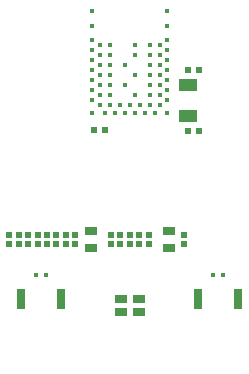
<source format=gtp>
G04*
G04 #@! TF.GenerationSoftware,Altium Limited,Altium Designer,21.6.4 (81)*
G04*
G04 Layer_Color=8421504*
%FSLAX44Y44*%
%MOMM*%
G71*
G04*
G04 #@! TF.SameCoordinates,B426352F-7976-453D-B7C3-6DF0A089D787*
G04*
G04*
G04 #@! TF.FilePolarity,Positive*
G04*
G01*
G75*
%ADD15R,0.3600X0.3500*%
%ADD16R,0.8000X1.7000*%
%ADD17R,1.5500X1.0000*%
%ADD18R,0.3900X0.3900*%
%ADD19R,0.3900X0.3900*%
%ADD20R,1.0200X0.6400*%
%ADD21C,0.0100*%
%ADD22R,0.6200X0.6200*%
%ADD23R,0.5500X0.5200*%
%ADD24R,1.0000X0.8000*%
D15*
X189200Y170000D02*
D03*
X180800D02*
D03*
X39200Y170000D02*
D03*
X30800D02*
D03*
D16*
X168000Y150000D02*
D03*
X202000D02*
D03*
X18000D02*
D03*
X52000D02*
D03*
D17*
X159750Y330750D02*
D03*
Y304750D02*
D03*
D18*
X93000Y313500D02*
D03*
X88750Y307000D02*
D03*
X78000D02*
D03*
X84500Y313500D02*
D03*
X78000Y317750D02*
D03*
Y326250D02*
D03*
X84500Y322000D02*
D03*
X93000D02*
D03*
X78000Y334750D02*
D03*
X84500Y330500D02*
D03*
X93000D02*
D03*
X78000Y343250D02*
D03*
X84500Y339000D02*
D03*
X93000D02*
D03*
X78000Y351750D02*
D03*
X84500Y347500D02*
D03*
X93000D02*
D03*
Y356000D02*
D03*
X84500D02*
D03*
X78000Y360250D02*
D03*
X93000Y364500D02*
D03*
X84500D02*
D03*
X78000Y368750D02*
D03*
Y381000D02*
D03*
X97250Y307000D02*
D03*
X101500Y313500D02*
D03*
X105750Y307000D02*
D03*
X110000Y313500D02*
D03*
X114250Y307000D02*
D03*
X118500Y313500D02*
D03*
X122750Y307000D02*
D03*
X127000Y313500D02*
D03*
X131250Y307000D02*
D03*
X142000D02*
D03*
X135500Y313500D02*
D03*
X142000Y317750D02*
D03*
X135500Y322000D02*
D03*
X127000D02*
D03*
X142000Y326250D02*
D03*
X135500Y330500D02*
D03*
X127000D02*
D03*
X142000Y334750D02*
D03*
X135500Y339000D02*
D03*
X127000D02*
D03*
X142000Y343250D02*
D03*
X135500Y347500D02*
D03*
X127000D02*
D03*
X142000Y351750D02*
D03*
X135500Y356000D02*
D03*
X127000D02*
D03*
X142000Y360250D02*
D03*
X135500Y364500D02*
D03*
X127000D02*
D03*
X142000Y368750D02*
D03*
Y381000D02*
D03*
Y393250D02*
D03*
X114250Y364500D02*
D03*
Y356000D02*
D03*
X105750Y347500D02*
D03*
X114250Y339000D02*
D03*
X105750Y330500D02*
D03*
X114250Y322000D02*
D03*
D19*
X78000Y393250D02*
D03*
D20*
X143000Y206850D02*
D03*
Y193150D02*
D03*
X77000D02*
D03*
Y206850D02*
D03*
D21*
X97300Y93750D02*
D03*
Y106450D02*
D03*
X110000Y93750D02*
D03*
Y106450D02*
D03*
X122700Y93750D02*
D03*
Y106450D02*
D03*
D22*
X88750Y293000D02*
D03*
X79750D02*
D03*
X168750Y291750D02*
D03*
X159750D02*
D03*
X168750Y343250D02*
D03*
X159750D02*
D03*
D23*
X48000Y204000D02*
D03*
Y196000D02*
D03*
X24000D02*
D03*
Y204000D02*
D03*
X16000Y196000D02*
D03*
Y204000D02*
D03*
X94000D02*
D03*
Y196000D02*
D03*
X118000Y204000D02*
D03*
Y196000D02*
D03*
X8000Y204000D02*
D03*
Y196000D02*
D03*
X102000Y204000D02*
D03*
Y196000D02*
D03*
X110000Y204000D02*
D03*
Y196000D02*
D03*
X126000Y204000D02*
D03*
Y196000D02*
D03*
X156000D02*
D03*
Y204000D02*
D03*
X64000Y196000D02*
D03*
Y204000D02*
D03*
X56000Y196000D02*
D03*
Y204000D02*
D03*
X40000Y196000D02*
D03*
Y204000D02*
D03*
X32000Y196000D02*
D03*
Y204000D02*
D03*
D24*
X117500Y139000D02*
D03*
X102500D02*
D03*
Y150000D02*
D03*
X117500D02*
D03*
M02*

</source>
